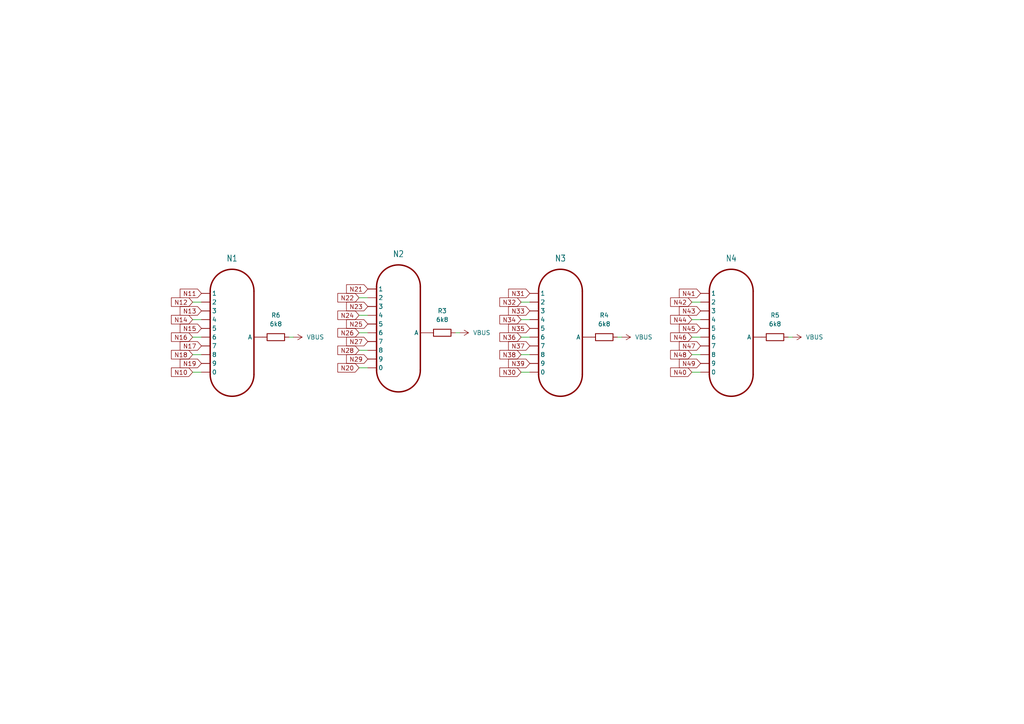
<source format=kicad_sch>
(kicad_sch (version 20231120) (generator "eeschema") (generator_version "8.0")
  (paper "A4")
  (lib_symbols
    (symbol "Device:R" (pin_numbers hide) (pin_names (offset 0))
      (property "Reference" "R" (at 2.032 0 90))
      (property "Value" "R" (at 0 0 90))
      (symbol "R_0_1"
        (rectangle (start -1.016 -2.54) (end 1.016 2.54) (stroke (width 0.254)))
      )
      (symbol "R_1_1"
        (pin passive line (at 0 3.81 270) (length 1.27) (name "~") (number "1"))
        (pin passive line (at 0 -3.81 90) (length 1.27) (name "~") (number "2"))
      )
    )
    (symbol "nixies-us:IN-4"
      (property "Reference" "N" (at -5.715 20.955 0))
      (symbol "IN-4_1_0"
        (arc (start -7.62 -10.795) (mid -1.27 -17.145) (end 5.08 -10.795) (stroke (width 0.4064)))
        (polyline (pts (xy -7.62 -10.795) (xy -7.62 13.335)) (stroke (width 0.4064)))
        (polyline (pts (xy 5.08 -10.795) (xy 5.08 13.335)) (stroke (width 0.4064)))
        (arc (start 5.08 13.335) (mid -1.27 19.685) (end -7.62 13.335) (stroke (width 0.4064)))
        (pin bidirectional line (at -10.16 -10.16 0) (length 2.54) (name "0") (number "0"))
        (pin bidirectional line (at -10.16 12.7 0) (length 2.54) (name "1") (number "1"))
        (pin bidirectional line (at -10.16 10.16 0) (length 2.54) (name "2") (number "2"))
        (pin bidirectional line (at -10.16 7.62 0) (length 2.54) (name "3") (number "3"))
        (pin bidirectional line (at -10.16 5.08 0) (length 2.54) (name "4") (number "4"))
        (pin bidirectional line (at -10.16 2.54 0) (length 2.54) (name "5") (number "5"))
        (pin bidirectional line (at -10.16 0 0) (length 2.54) (name "6") (number "6"))
        (pin bidirectional line (at -10.16 -2.54 0) (length 2.54) (name "7") (number "7"))
        (pin bidirectional line (at -10.16 -5.08 0) (length 2.54) (name "8") (number "8"))
        (pin bidirectional line (at -10.16 -7.62 0) (length 2.54) (name "9") (number "9"))
        (pin bidirectional line (at 7.62 0 180) (length 2.54) (name "A") (number "A3"))
      )
    )
    (symbol "power:VBUS" (power) (pin_numbers hide) (pin_names (offset 0) hide)
      (property "Value" "VBUS" (at 0 3.556 0))
      (symbol "VBUS_0_1"
        (polyline (pts (xy -0.762 1.27) (xy 0 2.54)))
        (polyline (pts (xy 0 0) (xy 0 2.54)))
        (polyline (pts (xy 0 2.54) (xy 0.762 1.27)))
      )
      (symbol "VBUS_1_1"
        (pin power_in line (at 0 0 90) (length 0) (name "~") (number "1"))
      )
    )
  )
  (wire (pts (xy 104.14 96.52) (xy 106.68 96.52)))
  (wire (pts (xy 151.13 87.63) (xy 153.67 87.63)))
  (wire (pts (xy 151.13 92.71) (xy 153.67 92.71)))
  (wire (pts (xy 151.13 107.95) (xy 153.67 107.95)))
  (wire (pts (xy 104.14 106.68) (xy 106.68 106.68)))
  (wire (pts (xy 104.14 101.6) (xy 106.68 101.6)))
  (wire (pts (xy 200.66 92.71) (xy 203.2 92.71)))
  (wire (pts (xy 104.14 86.36) (xy 106.68 86.36)))
  (wire (pts (xy 104.14 91.44) (xy 106.68 91.44)))
  (wire (pts (xy 200.66 87.63) (xy 203.2 87.63)))
  (wire (pts (xy 55.88 102.87) (xy 58.42 102.87)))
  (wire (pts (xy 55.88 92.71) (xy 58.42 92.71)))
  (wire (pts (xy 151.13 97.79) (xy 153.67 97.79)))
  (wire (pts (xy 85.09 97.79) (xy 83.82 97.79)))
  (wire (pts (xy 55.88 107.95) (xy 58.42 107.95)))
  (wire (pts (xy 200.66 102.87) (xy 203.2 102.87)))
  (wire (pts (xy 229.87 97.79) (xy 228.6 97.79)))
  (wire (pts (xy 55.88 87.63) (xy 58.42 87.63)))
  (wire (pts (xy 180.34 97.79) (xy 179.07 97.79)))
  (wire (pts (xy 133.35 96.52) (xy 132.08 96.52)))
  (wire (pts (xy 200.66 97.79) (xy 203.2 97.79)))
  (wire (pts (xy 55.88 97.79) (xy 58.42 97.79)))
  (wire (pts (xy 200.66 107.95) (xy 203.2 107.95)))
  (wire (pts (xy 151.13 102.87) (xy 153.67 102.87)))
  (global_label "N22" (shape input) (at 104.14 86.36 180) (property "Intersheetrefs" "${INTERSHEET_REFS}" (effects (hide yes))))
  (global_label "N27" (shape input) (at 106.68 99.06 180) (property "Intersheetrefs" "${INTERSHEET_REFS}" (effects (hide yes))))
  (global_label "N41" (shape input) (at 203.2 85.09 180) (property "Intersheetrefs" "${INTERSHEET_REFS}" (effects (hide yes))))
  (global_label "N29" (shape input) (at 106.68 104.14 180) (property "Intersheetrefs" "${INTERSHEET_REFS}" (effects (hide yes))))
  (global_label "N19" (shape input) (at 58.42 105.41 180) (property "Intersheetrefs" "${INTERSHEET_REFS}" (effects (hide yes))))
  (global_label "N15" (shape input) (at 58.42 95.25 180) (property "Intersheetrefs" "${INTERSHEET_REFS}" (effects (hide yes))))
  (global_label "N45" (shape input) (at 203.2 95.25 180) (property "Intersheetrefs" "${INTERSHEET_REFS}" (effects (hide yes))))
  (global_label "N21" (shape input) (at 106.68 83.82 180) (property "Intersheetrefs" "${INTERSHEET_REFS}" (effects (hide yes))))
  (global_label "N25" (shape input) (at 106.68 93.98 180) (property "Intersheetrefs" "${INTERSHEET_REFS}" (effects (hide yes))))
  (global_label "N26" (shape input) (at 104.14 96.52 180) (property "Intersheetrefs" "${INTERSHEET_REFS}" (effects (hide yes))))
  (global_label "N16" (shape input) (at 55.88 97.79 180) (property "Intersheetrefs" "${INTERSHEET_REFS}" (effects (hide yes))))
  (global_label "N35" (shape input) (at 153.67 95.25 180) (property "Intersheetrefs" "${INTERSHEET_REFS}" (effects (hide yes))))
  (global_label "N31" (shape input) (at 153.67 85.09 180) (property "Intersheetrefs" "${INTERSHEET_REFS}" (effects (hide yes))))
  (global_label "N17" (shape input) (at 58.42 100.33 180) (property "Intersheetrefs" "${INTERSHEET_REFS}" (effects (hide yes))))
  (global_label "N34" (shape input) (at 151.13 92.71 180) (property "Intersheetrefs" "${INTERSHEET_REFS}" (effects (hide yes))))
  (global_label "N20" (shape input) (at 104.14 106.68 180) (property "Intersheetrefs" "${INTERSHEET_REFS}" (effects (hide yes))))
  (global_label "N23" (shape input) (at 106.68 88.9 180) (property "Intersheetrefs" "${INTERSHEET_REFS}" (effects (hide yes))))
  (global_label "N32" (shape input) (at 151.13 87.63 180) (property "Intersheetrefs" "${INTERSHEET_REFS}" (effects (hide yes))))
  (global_label "N49" (shape input) (at 203.2 105.41 180) (property "Intersheetrefs" "${INTERSHEET_REFS}" (effects (hide yes))))
  (global_label "N33" (shape input) (at 153.67 90.17 180) (property "Intersheetrefs" "${INTERSHEET_REFS}" (effects (hide yes))))
  (global_label "N14" (shape input) (at 55.88 92.71 180) (property "Intersheetrefs" "${INTERSHEET_REFS}" (effects (hide yes))))
  (global_label "N30" (shape input) (at 151.13 107.95 180) (property "Intersheetrefs" "${INTERSHEET_REFS}" (effects (hide yes))))
  (global_label "N46" (shape input) (at 200.66 97.79 180) (property "Intersheetrefs" "${INTERSHEET_REFS}" (effects (hide yes))))
  (global_label "N28" (shape input) (at 104.14 101.6 180) (property "Intersheetrefs" "${INTERSHEET_REFS}" (effects (hide yes))))
  (global_label "N12" (shape input) (at 55.88 87.63 180) (property "Intersheetrefs" "${INTERSHEET_REFS}" (effects (hide yes))))
  (global_label "N48" (shape input) (at 200.66 102.87 180) (property "Intersheetrefs" "${INTERSHEET_REFS}" (effects (hide yes))))
  (global_label "N10" (shape input) (at 55.88 107.95 180) (property "Intersheetrefs" "${INTERSHEET_REFS}" (effects (hide yes))))
  (global_label "N11" (shape input) (at 58.42 85.09 180) (property "Intersheetrefs" "${INTERSHEET_REFS}" (effects (hide yes))))
  (global_label "N47" (shape input) (at 203.2 100.33 180) (property "Intersheetrefs" "${INTERSHEET_REFS}" (effects (hide yes))))
  (global_label "N13" (shape input) (at 58.42 90.17 180) (property "Intersheetrefs" "${INTERSHEET_REFS}" (effects (hide yes))))
  (global_label "N24" (shape input) (at 104.14 91.44 180) (property "Intersheetrefs" "${INTERSHEET_REFS}" (effects (hide yes))))
  (global_label "N42" (shape input) (at 200.66 87.63 180) (property "Intersheetrefs" "${INTERSHEET_REFS}" (effects (hide yes))))
  (global_label "N38" (shape input) (at 151.13 102.87 180) (property "Intersheetrefs" "${INTERSHEET_REFS}" (effects (hide yes))))
  (global_label "N40" (shape input) (at 200.66 107.95 180) (property "Intersheetrefs" "${INTERSHEET_REFS}" (effects (hide yes))))
  (global_label "N36" (shape input) (at 151.13 97.79 180) (property "Intersheetrefs" "${INTERSHEET_REFS}" (effects (hide yes))))
  (global_label "N44" (shape input) (at 200.66 92.71 180) (property "Intersheetrefs" "${INTERSHEET_REFS}" (effects (hide yes))))
  (global_label "N43" (shape input) (at 203.2 90.17 180) (property "Intersheetrefs" "${INTERSHEET_REFS}" (effects (hide yes))))
  (global_label "N39" (shape input) (at 153.67 105.41 180) (property "Intersheetrefs" "${INTERSHEET_REFS}" (effects (hide yes))))
  (global_label "N37" (shape input) (at 153.67 100.33 180) (property "Intersheetrefs" "${INTERSHEET_REFS}" (effects (hide yes))))
  (global_label "N18" (shape input) (at 55.88 102.87 180) (property "Intersheetrefs" "${INTERSHEET_REFS}" (effects (hide yes))))
  (symbol (lib_id "power:VBUS") (at 85.09 97.79 270) (unit 1)
    (property "Reference" "#PWR025" (effects (hide yes)))
    (property "Value" "VBUS" (at 88.9 97.7899 90) (effects (justify left)))
    (property "Description" "Power symbol creates a global label with name \"VBUS\"" (effects (hide yes)))
  )
  (symbol (lib_id "nixies-us:IN-4") (at 163.83 97.79 0) (unit 1)
    (property "Reference" "N3" (at 162.56 74.93 0) (effects (font (size 1.778 1.5113))))
    (property "Footprint" "nixies-us:nixies-us-IN-4-DSUB" (effects (hide yes)))
    (property "Description" "IN-4: large numeric topview nixie tube" (effects (hide yes)))
  )
  (symbol (lib_id "Device:R") (at 128.27 96.52 90) (unit 1)
    (property "Reference" "R3" (at 128.27 90.17 90))
    (property "Value" "6k8" (at 128.27 92.71 90))
    (property "Footprint" "Resistor_THT:R_Axial_DIN0207_L6.3mm_D2.5mm_P15.24mm_Horizontal" (effects (hide yes)))
    (property "Description" "Resistor" (effects (hide yes)))
  )
  (symbol (lib_id "power:VBUS") (at 229.87 97.79 270) (unit 1)
    (property "Reference" "#PWR028" (effects (hide yes)))
    (property "Value" "VBUS" (at 233.68 97.7899 90) (effects (justify left)))
    (property "Description" "Power symbol creates a global label with name \"VBUS\"" (effects (hide yes)))
  )
  (symbol (lib_id "nixies-us:IN-4") (at 116.84 96.52 0) (unit 1)
    (property "Reference" "N2" (at 115.57 73.66 0) (effects (font (size 1.778 1.5113))))
    (property "Footprint" "nixies-us:nixies-us-IN-4-DSUB" (effects (hide yes)))
    (property "Description" "IN-4: large numeric topview nixie tube" (effects (hide yes)))
  )
  (symbol (lib_id "Device:R") (at 224.79 97.79 90) (unit 1)
    (property "Reference" "R5" (at 224.79 91.44 90))
    (property "Value" "6k8" (at 224.79 93.98 90))
    (property "Footprint" "Resistor_THT:R_Axial_DIN0207_L6.3mm_D2.5mm_P15.24mm_Horizontal" (effects (hide yes)))
    (property "Description" "Resistor" (effects (hide yes)))
  )
  (symbol (lib_id "power:VBUS") (at 180.34 97.79 270) (unit 1)
    (property "Reference" "#PWR027" (effects (hide yes)))
    (property "Value" "VBUS" (at 184.15 97.7899 90) (effects (justify left)))
    (property "Description" "Power symbol creates a global label with name \"VBUS\"" (effects (hide yes)))
  )
  (symbol (lib_id "nixies-us:IN-4") (at 213.36 97.79 0) (unit 1)
    (property "Reference" "N4" (at 212.09 74.93 0) (effects (font (size 1.778 1.5113))))
    (property "Footprint" "nixies-us:nixies-us-IN-4-DSUB" (effects (hide yes)))
    (property "Description" "IN-4: large numeric topview nixie tube" (effects (hide yes)))
  )
  (symbol (lib_id "Device:R") (at 175.26 97.79 90) (unit 1)
    (property "Reference" "R4" (at 175.26 91.44 90))
    (property "Value" "6k8" (at 175.26 93.98 90))
    (property "Footprint" "Resistor_THT:R_Axial_DIN0207_L6.3mm_D2.5mm_P15.24mm_Horizontal" (effects (hide yes)))
    (property "Description" "Resistor" (effects (hide yes)))
  )
  (symbol (lib_id "power:VBUS") (at 133.35 96.52 270) (unit 1)
    (property "Reference" "#PWR026" (effects (hide yes)))
    (property "Value" "VBUS" (at 137.16 96.5199 90) (effects (justify left)))
    (property "Description" "Power symbol creates a global label with name \"VBUS\"" (effects (hide yes)))
  )
  (symbol (lib_id "Device:R") (at 80.01 97.79 90) (unit 1)
    (property "Reference" "R6" (at 80.01 91.44 90))
    (property "Value" "6k8" (at 80.01 93.98 90))
    (property "Footprint" "Resistor_THT:R_Axial_DIN0207_L6.3mm_D2.5mm_P15.24mm_Horizontal" (effects (hide yes)))
    (property "Description" "Resistor" (effects (hide yes)))
  )
  (symbol (lib_id "nixies-us:IN-4") (at 68.58 97.79 0) (unit 1)
    (property "Reference" "N1" (at 67.31 74.93 0) (effects (font (size 1.778 1.5113))))
    (property "Footprint" "nixies-us:nixies-us-IN-4-DSUB" (effects (hide yes)))
    (property "Description" "IN-4: large numeric topview nixie tube" (effects (hide yes)))
  )
)
</source>
